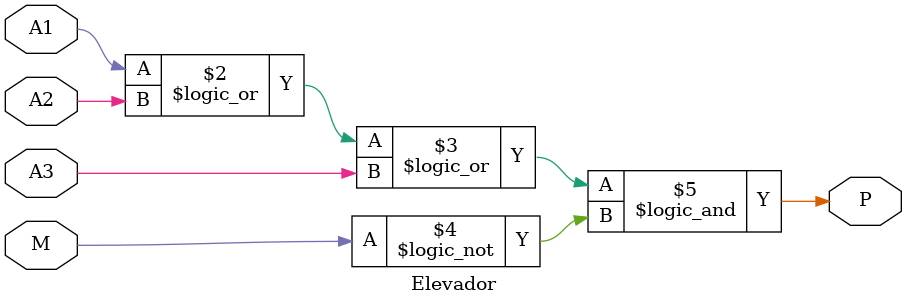
<source format=sv>
module Elevador(
  input logic A1, A2, A3, M,
  output logic P);
  
  always_comb P <= (A1 || A2 || A3) && !M;
  
endmodule

</source>
